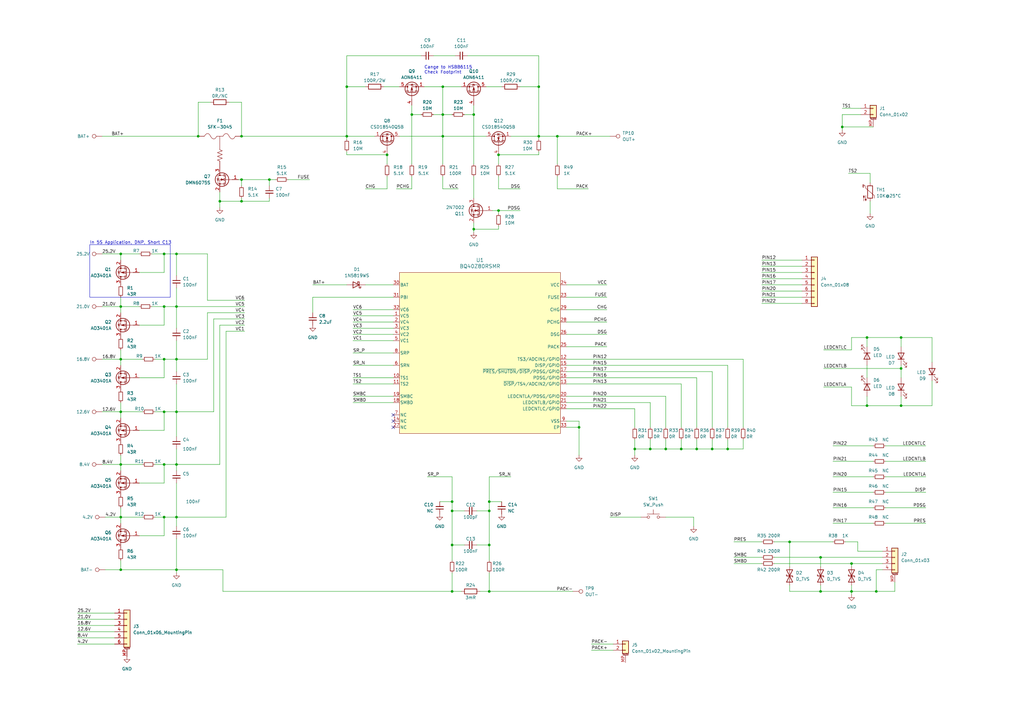
<source format=kicad_sch>
(kicad_sch (version 20230121) (generator eeschema)
  (paper "A3")
  (junction (at 273.05 184.15))
  (junction (at 142.24 35.56))
  (junction (at 279.4 184.15))
  (junction (at 49.53 125.73))
  (junction (at 72.39 168.91))
  (junction (at 181.61 35.56))
  (junction (at 285.75 184.15))
  (junction (at 194.31 93.98))
  (junction (at 292.1 184.15))
  (junction (at 67.31 190.5))
  (junction (at 220.98 35.56))
  (junction (at 49.53 104.14))
  (junction (at 49.53 147.32))
  (junction (at 260.35 184.15))
  (junction (at 49.53 233.68))
  (junction (at 67.31 104.14))
  (junction (at 72.39 233.68))
  (junction (at 67.31 168.91))
  (junction (at 266.7 184.15))
  (junction (at 185.42 242.57))
  (junction (at 204.47 86.36))
  (junction (at 67.31 212.09))
  (junction (at 49.53 190.5))
  (junction (at 369.57 151.13))
  (junction (at 72.39 147.32))
  (junction (at 355.6 138.43))
  (junction (at 336.55 228.6))
  (junction (at 228.6 55.88))
  (junction (at 181.61 46.99))
  (junction (at 90.17 82.55))
  (junction (at 110.49 73.66))
  (junction (at 298.45 184.15))
  (junction (at 185.42 209.55))
  (junction (at 49.53 168.91))
  (junction (at 158.75 63.5))
  (junction (at 185.42 205.74))
  (junction (at 72.39 212.09))
  (junction (at 99.06 73.66))
  (junction (at 67.31 147.32))
  (junction (at 355.6 166.37))
  (junction (at 349.25 231.14))
  (junction (at 200.66 209.55))
  (junction (at 72.39 104.14))
  (junction (at 99.06 55.88))
  (junction (at 349.25 242.57))
  (junction (at 99.06 82.55))
  (junction (at 81.28 55.88))
  (junction (at 181.61 55.88))
  (junction (at 49.53 212.09))
  (junction (at 67.31 125.73))
  (junction (at 369.57 138.43))
  (junction (at 345.44 52.07))
  (junction (at 323.85 222.25))
  (junction (at 72.39 125.73))
  (junction (at 237.49 175.26))
  (junction (at 200.66 223.52))
  (junction (at 185.42 223.52))
  (junction (at 204.47 63.5))
  (junction (at 336.55 242.57))
  (junction (at 200.66 205.74))
  (junction (at 194.31 46.99))
  (junction (at 142.24 55.88))
  (junction (at 359.41 242.57))
  (junction (at 200.66 242.57))
  (junction (at 369.57 166.37))
  (junction (at 72.39 190.5))
  (junction (at 220.98 55.88))
  (junction (at 168.91 46.99))
  (no_connect (at 161.29 170.18))
  (no_connect (at 161.29 172.72))
  (no_connect (at 161.29 175.26))
  (wire (pts (xy 285.75 175.26) (xy 285.75 154.94)))
  (wire (pts (xy 49.53 186.69) (xy 49.53 190.5)))
  (wire (pts (xy 72.39 147.32) (xy 85.09 147.32)))
  (wire (pts (xy 361.95 233.68) (xy 359.41 233.68)))
  (wire (pts (xy 85.09 147.32) (xy 85.09 128.27)))
  (wire (pts (xy 349.25 231.14) (xy 361.95 231.14)))
  (wire (pts (xy 67.31 212.09) (xy 72.39 212.09)))
  (wire (pts (xy 194.31 46.99) (xy 194.31 43.18)))
  (wire (pts (xy 49.53 212.09) (xy 58.42 212.09)))
  (wire (pts (xy 266.7 175.26) (xy 266.7 165.1)))
  (wire (pts (xy 168.91 46.99) (xy 168.91 67.31)))
  (wire (pts (xy 90.17 190.5) (xy 72.39 190.5)))
  (wire (pts (xy 87.63 130.81) (xy 100.33 130.81)))
  (wire (pts (xy 41.91 104.14) (xy 49.53 104.14)))
  (wire (pts (xy 312.42 124.46) (xy 328.93 124.46)))
  (wire (pts (xy 300.99 228.6) (xy 312.42 228.6)))
  (wire (pts (xy 298.45 175.26) (xy 298.45 149.86)))
  (wire (pts (xy 92.71 135.89) (xy 92.71 212.09)))
  (wire (pts (xy 363.22 182.88) (xy 379.73 182.88)))
  (wire (pts (xy 72.39 220.98) (xy 72.39 233.68)))
  (wire (pts (xy 232.41 165.1) (xy 266.7 165.1)))
  (wire (pts (xy 228.6 55.88) (xy 228.6 67.31)))
  (wire (pts (xy 349.25 166.37) (xy 349.25 158.75)))
  (wire (pts (xy 341.63 201.93) (xy 358.14 201.93)))
  (wire (pts (xy 298.45 184.15) (xy 298.45 180.34)))
  (wire (pts (xy 200.66 209.55) (xy 200.66 223.52)))
  (wire (pts (xy 99.06 82.55) (xy 110.49 82.55)))
  (wire (pts (xy 72.39 212.09) (xy 92.71 212.09)))
  (wire (pts (xy 144.78 162.56) (xy 161.29 162.56)))
  (wire (pts (xy 142.24 55.88) (xy 142.24 57.15)))
  (wire (pts (xy 194.31 93.98) (xy 204.47 93.98)))
  (wire (pts (xy 279.4 184.15) (xy 285.75 184.15)))
  (wire (pts (xy 232.41 132.08) (xy 248.92 132.08)))
  (wire (pts (xy 72.39 198.12) (xy 72.39 212.09)))
  (wire (pts (xy 228.6 55.88) (xy 220.98 55.88)))
  (wire (pts (xy 196.85 242.57) (xy 200.66 242.57)))
  (wire (pts (xy 72.39 104.14) (xy 85.09 104.14)))
  (wire (pts (xy 351.79 226.06) (xy 361.95 226.06)))
  (wire (pts (xy 49.53 147.32) (xy 58.42 147.32)))
  (wire (pts (xy 242.57 264.16) (xy 251.46 264.16)))
  (wire (pts (xy 355.6 166.37) (xy 349.25 166.37)))
  (wire (pts (xy 194.31 93.98) (xy 194.31 95.25)))
  (wire (pts (xy 204.47 67.31) (xy 204.47 63.5)))
  (wire (pts (xy 317.5 228.6) (xy 336.55 228.6)))
  (wire (pts (xy 142.24 63.5) (xy 158.75 63.5)))
  (wire (pts (xy 323.85 240.03) (xy 323.85 242.57)))
  (wire (pts (xy 220.98 55.88) (xy 209.55 55.88)))
  (wire (pts (xy 285.75 184.15) (xy 292.1 184.15)))
  (wire (pts (xy 220.98 62.23) (xy 220.98 63.5)))
  (wire (pts (xy 232.41 116.84) (xy 248.92 116.84)))
  (wire (pts (xy 144.78 144.78) (xy 161.29 144.78)))
  (wire (pts (xy 49.53 125.73) (xy 57.15 125.73)))
  (wire (pts (xy 312.42 109.22) (xy 328.93 109.22)))
  (wire (pts (xy 158.75 67.31) (xy 158.75 63.5)))
  (wire (pts (xy 341.63 189.23) (xy 358.14 189.23)))
  (wire (pts (xy 312.42 121.92) (xy 328.93 121.92)))
  (wire (pts (xy 345.44 52.07) (xy 358.14 52.07)))
  (wire (pts (xy 232.41 154.94) (xy 285.75 154.94)))
  (wire (pts (xy 49.53 208.28) (xy 49.53 212.09)))
  (wire (pts (xy 298.45 184.15) (xy 304.8 184.15)))
  (wire (pts (xy 232.41 149.86) (xy 298.45 149.86)))
  (wire (pts (xy 185.42 242.57) (xy 185.42 234.95)))
  (wire (pts (xy 72.39 212.09) (xy 72.39 215.9)))
  (wire (pts (xy 128.27 121.92) (xy 128.27 128.27)))
  (wire (pts (xy 62.23 104.14) (xy 67.31 104.14)))
  (wire (pts (xy 237.49 175.26) (xy 237.49 186.69)))
  (wire (pts (xy 260.35 186.69) (xy 260.35 184.15)))
  (wire (pts (xy 177.8 46.99) (xy 181.61 46.99)))
  (wire (pts (xy 181.61 55.88) (xy 181.61 67.31)))
  (wire (pts (xy 99.06 76.2) (xy 99.06 73.66)))
  (wire (pts (xy 232.41 175.26) (xy 237.49 175.26)))
  (wire (pts (xy 367.03 242.57) (xy 359.41 242.57)))
  (wire (pts (xy 90.17 133.35) (xy 100.33 133.35)))
  (wire (pts (xy 49.53 229.87) (xy 49.53 233.68)))
  (wire (pts (xy 260.35 184.15) (xy 266.7 184.15)))
  (wire (pts (xy 49.53 233.68) (xy 72.39 233.68)))
  (wire (pts (xy 363.22 195.58) (xy 379.73 195.58)))
  (wire (pts (xy 355.6 162.56) (xy 355.6 166.37)))
  (wire (pts (xy 284.48 212.09) (xy 284.48 215.9)))
  (wire (pts (xy 72.39 184.15) (xy 72.39 190.5)))
  (wire (pts (xy 190.5 46.99) (xy 194.31 46.99)))
  (wire (pts (xy 232.41 172.72) (xy 237.49 172.72)))
  (wire (pts (xy 232.41 167.64) (xy 260.35 167.64)))
  (wire (pts (xy 180.34 205.74) (xy 185.42 205.74)))
  (wire (pts (xy 228.6 77.47) (xy 241.3 77.47)))
  (wire (pts (xy 72.39 234.95) (xy 72.39 233.68)))
  (wire (pts (xy 49.53 121.92) (xy 49.53 125.73)))
  (wire (pts (xy 204.47 72.39) (xy 204.47 77.47)))
  (wire (pts (xy 355.6 138.43) (xy 349.25 138.43)))
  (wire (pts (xy 63.5 168.91) (xy 67.31 168.91)))
  (wire (pts (xy 41.91 190.5) (xy 49.53 190.5)))
  (wire (pts (xy 349.25 242.57) (xy 359.41 242.57)))
  (wire (pts (xy 323.85 242.57) (xy 336.55 242.57)))
  (wire (pts (xy 349.25 143.51) (xy 337.82 143.51)))
  (wire (pts (xy 345.44 53.34) (xy 345.44 52.07)))
  (wire (pts (xy 99.06 73.66) (xy 110.49 73.66)))
  (wire (pts (xy 142.24 62.23) (xy 142.24 63.5)))
  (wire (pts (xy 199.39 35.56) (xy 205.74 35.56)))
  (wire (pts (xy 312.42 106.68) (xy 328.93 106.68)))
  (wire (pts (xy 99.06 55.88) (xy 142.24 55.88)))
  (wire (pts (xy 336.55 242.57) (xy 349.25 242.57)))
  (wire (pts (xy 349.25 243.84) (xy 349.25 242.57)))
  (wire (pts (xy 97.79 73.66) (xy 99.06 73.66)))
  (wire (pts (xy 181.61 72.39) (xy 181.61 77.47)))
  (wire (pts (xy 144.78 157.48) (xy 161.29 157.48)))
  (wire (pts (xy 185.42 223.52) (xy 190.5 223.52)))
  (wire (pts (xy 185.42 195.58) (xy 175.26 195.58)))
  (wire (pts (xy 110.49 81.28) (xy 110.49 82.55)))
  (wire (pts (xy 355.6 142.24) (xy 355.6 138.43)))
  (wire (pts (xy 369.57 149.86) (xy 369.57 151.13)))
  (wire (pts (xy 194.31 91.44) (xy 194.31 93.98)))
  (wire (pts (xy 43.18 212.09) (xy 49.53 212.09)))
  (wire (pts (xy 232.41 152.4) (xy 292.1 152.4)))
  (wire (pts (xy 57.15 176.53) (xy 67.31 176.53)))
  (wire (pts (xy 72.39 168.91) (xy 87.63 168.91)))
  (wire (pts (xy 260.35 175.26) (xy 260.35 167.64)))
  (wire (pts (xy 273.05 184.15) (xy 273.05 180.34)))
  (wire (pts (xy 157.48 35.56) (xy 163.83 35.56)))
  (wire (pts (xy 31.75 261.62) (xy 46.99 261.62)))
  (wire (pts (xy 91.44 242.57) (xy 185.42 242.57)))
  (wire (pts (xy 128.27 116.84) (xy 142.24 116.84)))
  (wire (pts (xy 41.91 168.91) (xy 49.53 168.91)))
  (wire (pts (xy 367.03 238.76) (xy 367.03 242.57)))
  (wire (pts (xy 49.53 104.14) (xy 49.53 106.68)))
  (wire (pts (xy 144.78 154.94) (xy 161.29 154.94)))
  (wire (pts (xy 345.44 52.07) (xy 345.44 46.99)))
  (wire (pts (xy 279.4 184.15) (xy 279.4 180.34)))
  (wire (pts (xy 168.91 72.39) (xy 168.91 77.47)))
  (wire (pts (xy 87.63 168.91) (xy 87.63 130.81)))
  (wire (pts (xy 232.41 147.32) (xy 304.8 147.32)))
  (wire (pts (xy 195.58 209.55) (xy 200.66 209.55)))
  (wire (pts (xy 345.44 44.45) (xy 353.06 44.45)))
  (wire (pts (xy 85.09 123.19) (xy 100.33 123.19)))
  (wire (pts (xy 209.55 195.58) (xy 200.66 195.58)))
  (wire (pts (xy 67.31 125.73) (xy 72.39 125.73)))
  (wire (pts (xy 220.98 55.88) (xy 220.98 57.15)))
  (wire (pts (xy 232.41 142.24) (xy 248.92 142.24)))
  (wire (pts (xy 273.05 175.26) (xy 273.05 162.56)))
  (wire (pts (xy 43.18 233.68) (xy 49.53 233.68)))
  (wire (pts (xy 163.83 55.88) (xy 181.61 55.88)))
  (wire (pts (xy 345.44 46.99) (xy 353.06 46.99)))
  (wire (pts (xy 144.78 165.1) (xy 161.29 165.1)))
  (wire (pts (xy 90.17 133.35) (xy 90.17 190.5)))
  (wire (pts (xy 168.91 43.18) (xy 168.91 46.99)))
  (wire (pts (xy 185.42 209.55) (xy 185.42 223.52)))
  (wire (pts (xy 336.55 240.03) (xy 336.55 242.57)))
  (wire (pts (xy 337.82 151.13) (xy 369.57 151.13)))
  (wire (pts (xy 144.78 149.86) (xy 161.29 149.86)))
  (wire (pts (xy 49.53 104.14) (xy 57.15 104.14)))
  (wire (pts (xy 204.47 86.36) (xy 213.36 86.36)))
  (wire (pts (xy 92.71 135.89) (xy 100.33 135.89)))
  (wire (pts (xy 285.75 184.15) (xy 285.75 180.34)))
  (wire (pts (xy 213.36 35.56) (xy 220.98 35.56)))
  (wire (pts (xy 336.55 228.6) (xy 361.95 228.6)))
  (wire (pts (xy 351.79 222.25) (xy 351.79 226.06)))
  (wire (pts (xy 300.99 222.25) (xy 312.42 222.25)))
  (wire (pts (xy 181.61 35.56) (xy 181.61 46.99)))
  (wire (pts (xy 181.61 55.88) (xy 199.39 55.88)))
  (wire (pts (xy 204.47 87.63) (xy 204.47 86.36)))
  (wire (pts (xy 142.24 55.88) (xy 153.67 55.88)))
  (wire (pts (xy 205.74 205.74) (xy 200.66 205.74)))
  (wire (pts (xy 86.36 41.91) (xy 81.28 41.91)))
  (wire (pts (xy 242.57 266.7) (xy 251.46 266.7)))
  (wire (pts (xy 85.09 104.14) (xy 85.09 123.19)))
  (wire (pts (xy 185.42 205.74) (xy 185.42 209.55)))
  (wire (pts (xy 292.1 184.15) (xy 298.45 184.15)))
  (wire (pts (xy 266.7 184.15) (xy 266.7 180.34)))
  (wire (pts (xy 341.63 208.28) (xy 358.14 208.28)))
  (wire (pts (xy 144.78 132.08) (xy 161.29 132.08)))
  (wire (pts (xy 144.78 129.54) (xy 161.29 129.54)))
  (wire (pts (xy 304.8 184.15) (xy 304.8 180.34)))
  (wire (pts (xy 200.66 195.58) (xy 200.66 205.74)))
  (wire (pts (xy 90.17 82.55) (xy 90.17 85.09)))
  (wire (pts (xy 144.78 127) (xy 161.29 127)))
  (wire (pts (xy 72.39 104.14) (xy 72.39 113.03)))
  (wire (pts (xy 49.53 147.32) (xy 49.53 149.86)))
  (wire (pts (xy 204.47 93.98) (xy 204.47 92.71)))
  (wire (pts (xy 279.4 175.26) (xy 279.4 157.48)))
  (wire (pts (xy 49.53 168.91) (xy 49.53 171.45)))
  (wire (pts (xy 49.53 190.5) (xy 49.53 193.04)))
  (wire (pts (xy 72.39 179.07) (xy 72.39 168.91)))
  (wire (pts (xy 369.57 166.37) (xy 382.27 166.37)))
  (wire (pts (xy 369.57 138.43) (xy 369.57 142.24)))
  (wire (pts (xy 49.53 125.73) (xy 49.53 128.27)))
  (wire (pts (xy 31.75 264.16) (xy 46.99 264.16)))
  (wire (pts (xy 185.42 195.58) (xy 185.42 205.74)))
  (wire (pts (xy 172.72 22.86) (xy 142.24 22.86)))
  (wire (pts (xy 67.31 111.76) (xy 67.31 104.14)))
  (wire (pts (xy 232.41 157.48) (xy 279.4 157.48)))
  (wire (pts (xy 355.6 154.94) (xy 355.6 149.86)))
  (wire (pts (xy 369.57 138.43) (xy 382.27 138.43)))
  (wire (pts (xy 57.15 133.35) (xy 67.31 133.35)))
  (wire (pts (xy 72.39 125.73) (xy 72.39 134.62)))
  (wire (pts (xy 72.39 139.7) (xy 72.39 147.32)))
  (wire (pts (xy 317.5 222.25) (xy 323.85 222.25)))
  (wire (pts (xy 81.28 41.91) (xy 81.28 55.88)))
  (wire (pts (xy 31.75 259.08) (xy 46.99 259.08)))
  (wire (pts (xy 317.5 231.14) (xy 349.25 231.14)))
  (wire (pts (xy 189.23 242.57) (xy 185.42 242.57)))
  (wire (pts (xy 382.27 138.43) (xy 382.27 148.59)))
  (wire (pts (xy 91.44 242.57) (xy 91.44 233.68)))
  (wire (pts (xy 49.53 165.1) (xy 49.53 168.91)))
  (wire (pts (xy 57.15 154.94) (xy 67.31 154.94)))
  (wire (pts (xy 200.66 205.74) (xy 200.66 209.55)))
  (wire (pts (xy 349.25 231.14) (xy 349.25 232.41)))
  (wire (pts (xy 142.24 22.86) (xy 142.24 35.56)))
  (wire (pts (xy 228.6 55.88) (xy 250.19 55.88)))
  (wire (pts (xy 67.31 154.94) (xy 67.31 147.32)))
  (wire (pts (xy 363.22 208.28) (xy 379.73 208.28)))
  (wire (pts (xy 220.98 63.5) (xy 204.47 63.5)))
  (wire (pts (xy 349.25 138.43) (xy 349.25 143.51)))
  (wire (pts (xy 312.42 114.3) (xy 328.93 114.3)))
  (wire (pts (xy 292.1 175.26) (xy 292.1 152.4)))
  (wire (pts (xy 67.31 198.12) (xy 67.31 190.5)))
  (wire (pts (xy 181.61 35.56) (xy 189.23 35.56)))
  (wire (pts (xy 67.31 147.32) (xy 72.39 147.32)))
  (wire (pts (xy 191.77 22.86) (xy 220.98 22.86)))
  (wire (pts (xy 312.42 116.84) (xy 328.93 116.84)))
  (wire (pts (xy 72.39 125.73) (xy 100.33 125.73)))
  (wire (pts (xy 382.27 156.21) (xy 382.27 166.37)))
  (wire (pts (xy 161.29 121.92) (xy 128.27 121.92)))
  (wire (pts (xy 300.99 231.14) (xy 312.42 231.14)))
  (wire (pts (xy 363.22 214.63) (xy 379.73 214.63)))
  (wire (pts (xy 62.23 125.73) (xy 67.31 125.73)))
  (wire (pts (xy 149.86 35.56) (xy 142.24 35.56)))
  (wire (pts (xy 349.25 158.75) (xy 337.82 158.75)))
  (wire (pts (xy 312.42 119.38) (xy 328.93 119.38)))
  (wire (pts (xy 347.98 71.12) (xy 356.87 71.12)))
  (wire (pts (xy 355.6 138.43) (xy 369.57 138.43)))
  (wire (pts (xy 195.58 223.52) (xy 200.66 223.52)))
  (wire (pts (xy 181.61 77.47) (xy 187.96 77.47)))
  (wire (pts (xy 200.66 242.57) (xy 234.95 242.57)))
  (wire (pts (xy 355.6 166.37) (xy 369.57 166.37)))
  (wire (pts (xy 336.55 228.6) (xy 336.55 232.41)))
  (wire (pts (xy 49.53 212.09) (xy 49.53 214.63)))
  (wire (pts (xy 49.53 168.91) (xy 58.42 168.91)))
  (wire (pts (xy 57.15 111.76) (xy 67.31 111.76)))
  (wire (pts (xy 67.31 219.71) (xy 67.31 212.09)))
  (wire (pts (xy 90.17 82.55) (xy 99.06 82.55)))
  (wire (pts (xy 266.7 184.15) (xy 273.05 184.15)))
  (wire (pts (xy 359.41 233.68) (xy 359.41 242.57)))
  (wire (pts (xy 177.8 22.86) (xy 186.69 22.86)))
  (wire (pts (xy 369.57 162.56) (xy 369.57 166.37)))
  (wire (pts (xy 292.1 184.15) (xy 292.1 180.34)))
  (wire (pts (xy 232.41 121.92) (xy 248.92 121.92)))
  (wire (pts (xy 250.19 212.09) (xy 262.89 212.09)))
  (wire (pts (xy 168.91 46.99) (xy 172.72 46.99)))
  (wire (pts (xy 63.5 147.32) (xy 67.31 147.32)))
  (wire (pts (xy 99.06 82.55) (xy 99.06 81.28)))
  (wire (pts (xy 67.31 176.53) (xy 67.31 168.91)))
  (wire (pts (xy 200.66 229.87) (xy 200.66 223.52)))
  (wire (pts (xy 85.09 128.27) (xy 100.33 128.27)))
  (wire (pts (xy 72.39 193.04) (xy 72.39 190.5)))
  (wire (pts (xy 110.49 73.66) (xy 110.49 76.2)))
  (wire (pts (xy 72.39 152.4) (xy 72.39 147.32)))
  (wire (pts (xy 185.42 229.87) (xy 185.42 223.52)))
  (wire (pts (xy 90.17 78.74) (xy 90.17 82.55)))
  (wire (pts (xy 204.47 77.47) (xy 213.36 77.47)))
  (wire (pts (xy 181.61 46.99) (xy 181.61 55.88)))
  (wire (pts (xy 273.05 184.15) (xy 279.4 184.15)))
  (wire (pts (xy 349.25 240.03) (xy 349.25 242.57)))
  (wire (pts (xy 237.49 172.72) (xy 237.49 175.26)))
  (wire (pts (xy 194.31 46.99) (xy 194.31 67.31)))
  (wire (pts (xy 63.5 190.5) (xy 67.31 190.5)))
  (wire (pts (xy 93.98 41.91) (xy 99.06 41.91)))
  (wire (pts (xy 232.41 137.16) (xy 248.92 137.16)))
  (wire (pts (xy 31.75 254) (xy 46.99 254)))
  (wire (pts (xy 260.35 184.15) (xy 260.35 180.34)))
  (wire (pts (xy 220.98 22.86) (xy 220.98 35.56)))
  (wire (pts (xy 323.85 222.25) (xy 341.63 222.25)))
  (wire (pts (xy 63.5 212.09) (xy 67.31 212.09)))
  (wire (pts (xy 273.05 212.09) (xy 284.48 212.09)))
  (wire (pts (xy 346.71 222.25) (xy 351.79 222.25)))
  (wire (pts (xy 369.57 151.13) (xy 369.57 154.94)))
  (wire (pts (xy 200.66 234.95) (xy 200.66 242.57)))
  (wire (pts (xy 72.39 157.48) (xy 72.39 168.91)))
  (wire (pts (xy 158.75 77.47) (xy 149.86 77.47)))
  (wire (pts (xy 67.31 190.5) (xy 72.39 190.5)))
  (wire (pts (xy 110.49 73.66) (xy 113.03 73.66)))
  (wire (pts (xy 91.44 233.68) (xy 72.39 233.68)))
  (wire (pts (xy 185.42 209.55) (xy 190.5 209.55)))
  (wire (pts (xy 144.78 139.7) (xy 161.29 139.7)))
  (wire (pts (xy 363.22 189.23) (xy 379.73 189.23)))
  (wire (pts (xy 149.86 116.84) (xy 161.29 116.84)))
  (wire (pts (xy 118.11 73.66) (xy 127 73.66)))
  (wire (pts (xy 67.31 168.91) (xy 72.39 168.91)))
  (wire (pts (xy 41.91 147.32) (xy 49.53 147.32)))
  (wire (pts (xy 356.87 87.63) (xy 356.87 82.55)))
  (wire (pts (xy 323.85 222.25) (xy 323.85 232.41)))
  (wire (pts (xy 228.6 72.39) (xy 228.6 77.47)))
  (wire (pts (xy 220.98 35.56) (xy 220.98 55.88)))
  (wire (pts (xy 49.53 143.51) (xy 49.53 147.32)))
  (wire (pts (xy 304.8 175.26) (xy 304.8 147.32)))
  (wire (pts (xy 312.42 111.76) (xy 328.93 111.76)))
  (wire (pts (xy 341.63 214.63) (xy 358.14 214.63)))
  (wire (pts (xy 168.91 77.47) (xy 162.56 77.47)))
  (wire (pts (xy 144.78 137.16) (xy 161.29 137.16)))
  (wire (pts (xy 173.99 35.56) (xy 181.61 35.56)))
  (wire (pts (xy 158.75 72.39) (xy 158.75 77.47)))
  (wire (pts (xy 31.75 251.46) (xy 46.99 251.46)))
  (wire (pts (xy 142.24 35.56) (xy 142.24 55.88)))
  (wire (pts (xy 72.39 118.11) (xy 72.39 125.73)))
  (wire (pts (xy 67.31 133.35) (xy 67.31 125.73)))
  (wire (pts (xy 41.91 55.88) (xy 81.28 55.88)))
  (wire (pts (xy 341.63 195.58) (xy 358.14 195.58)))
  (wire (pts (xy 181.61 46.99) (xy 185.42 46.99)))
  (wire (pts (xy 356.87 71.12) (xy 356.87 74.93)))
  (wire (pts (xy 363.22 201.93) (xy 379.73 201.93)))
  (wire (pts (xy 99.06 41.91) (xy 99.06 55.88)))
  (wire (pts (xy 232.41 162.56) (xy 273.05 162.56)))
  (wire (pts (xy 49.53 190.5) (xy 58.42 190.5)))
  (wire (pts (xy 201.93 86.36) (xy 204.47 86.36)))
  (wire (pts (xy 31.75 256.54) (xy 46.99 256.54)))
  (wire (pts (xy 57.15 198.12) (xy 67.31 198.12)))
  (wire (pts (xy 144.78 134.62) (xy 161.29 134.62)))
  (wire (pts (xy 67.31 104.14) (xy 72.39 104.14)))
  (wire (pts (xy 232.41 127) (xy 248.92 127)))
  (wire (pts (xy 194.31 72.39) (xy 194.31 81.28)))
  (wire (pts (xy 57.15 219.71) (xy 67.31 219.71)))
  (wire (pts (xy 341.63 182.88) (xy 358.14 182.88)))
  (wire (pts (xy 41.91 125.73) (xy 49.53 125.73)))
  (rectangle (start 36.83 100.33) (end 69.85 121.92))
  (text "Cange to HSBB6115\nCheck Footprint" (at 173.99 30.48 0) (effects (font (size 1.27 1.27)) (justify left bottom)))
  (text "In 5S Application, DNP, Short C13" (at 36.83 100.33 0) (effects (font (size 1.27 1.27)) (justify left bottom)))
  (label "PIN13" (at 312.42 109.22 0))
  (label "PIN16" (at 341.63 208.28 0))
  (label "LEDCNTLC" (at 337.82 143.51 0))
  (label "VCC" (at 187.96 77.47 180))
  (label "LEDCNTLB" (at 379.73 189.23 180))
  (label "PIN21" (at 312.42 121.92 0))
  (label "SR_P" (at 175.26 195.58 0))
  (label "16.8V" (at 41.91 147.32 0))
  (label "PIN17" (at 312.42 116.84 0))
  (label "PRES" (at 300.99 222.25 0))
  (label "PIN15" (at 248.92 149.86 180))
  (label "VC6" (at 144.78 127 0))
  (label "SMBD" (at 300.99 231.14 0))
  (label "12.6V" (at 41.91 168.91 0))
  (label "DISP" (at 250.19 212.09 0))
  (label "PDSG" (at 379.73 208.28 180))
  (label "PCHG" (at 248.92 132.08 180))
  (label "PACK" (at 241.3 77.47 180))
  (label "8.4V" (at 31.75 261.62 0))
  (label "PDSG" (at 213.36 86.36 180))
  (label "25.2V" (at 31.75 251.46 0))
  (label "PACK-" (at 234.95 242.57 180))
  (label "PIN22" (at 341.63 182.88 0))
  (label "VC6" (at 100.33 123.19 180))
  (label "PIN12" (at 248.92 147.32 180))
  (label "21.0V" (at 41.91 125.73 0))
  (label "PIN12" (at 312.42 106.68 0))
  (label "BAT+" (at 128.27 116.84 0))
  (label "PACK+" (at 236.22 55.88 0))
  (label "PIN21" (at 248.92 165.1 180))
  (label "PIN15" (at 312.42 111.76 0))
  (label "DSG" (at 248.92 137.16 180))
  (label "PIN22" (at 312.42 124.46 0))
  (label "VC4" (at 100.33 128.27 180))
  (label "PRES" (at 379.73 214.63 180))
  (label "VC5" (at 100.33 125.73 180))
  (label "VC3" (at 144.78 134.62 0))
  (label "SR_P" (at 144.78 144.78 0))
  (label "VCC" (at 248.92 116.84 180))
  (label "PIN20" (at 248.92 162.56 180))
  (label "CHG" (at 149.86 77.47 0))
  (label "PIN22" (at 248.92 167.64 180))
  (label "SMBC" (at 300.99 228.6 0))
  (label "VC3" (at 100.33 130.81 180))
  (label "LEDCNTLA" (at 337.82 158.75 0))
  (label "BAT+" (at 45.72 55.88 0))
  (label "PACK-" (at 242.57 264.16 0))
  (label "SR_N" (at 144.78 149.86 0))
  (label "PIN17" (at 341.63 214.63 0))
  (label "PCHG" (at 162.56 77.47 0))
  (label "DSG" (at 213.36 77.47 180))
  (label "FUSE" (at 248.92 121.92 180))
  (label "VC4" (at 144.78 132.08 0))
  (label "4.2V" (at 43.18 212.09 0))
  (label "VC1" (at 100.33 135.89 180))
  (label "PACK" (at 248.92 142.24 180))
  (label "DISP" (at 379.73 201.93 180))
  (label "PIN16" (at 312.42 114.3 0))
  (label "SR_N" (at 209.55 195.58 180))
  (label "TS2" (at 144.78 157.48 0))
  (label "LEDCNTLB" (at 337.82 151.13 0))
  (label "PIN15" (at 341.63 201.93 0))
  (label "PIN17" (at 248.92 152.4 180))
  (label "FUSE" (at 127 73.66 180))
  (label "12.6V" (at 31.75 259.08 0))
  (label "LEDCNTLC" (at 379.73 182.88 180))
  (label "4.2V" (at 31.75 264.16 0))
  (label "PIN20" (at 341.63 195.58 0))
  (label "VC5" (at 144.78 129.54 0))
  (label "21.0V" (at 31.75 254 0))
  (label "25.2V" (at 41.91 104.14 0))
  (label "TS2" (at 347.98 71.12 0))
  (label "VC1" (at 144.78 139.7 0))
  (label "VC2" (at 100.33 133.35 180))
  (label "VC2" (at 144.78 137.16 0))
  (label "PIN16" (at 248.92 154.94 180))
  (label "SMBD" (at 144.78 165.1 0))
  (label "TS1" (at 345.44 44.45 0))
  (label "SMBC" (at 144.78 162.56 0))
  (label "PIN20" (at 312.42 119.38 0))
  (label "16.8V" (at 31.75 256.54 0))
  (label "PIN21" (at 341.63 189.23 0))
  (label "PIN13" (at 248.92 157.48 180))
  (label "PACK+" (at 242.57 266.7 0))
  (label "LEDCNTLA" (at 379.73 195.58 180))
  (label "8.4V" (at 41.91 190.5 0))
  (label "CHG" (at 248.92 127 180))
  (label "TS1" (at 144.78 154.94 0))
  (symbol (lib_id "Connector:TestPoint") (at 41.91 104.14 90) (unit 1) (in_bom no) (on_board no)
    (property "Reference" "TP2" (effects hide))
    (property "Value" "25.2V" (at 36.83 104.14 90) (effects (justify left)))
    (property "Footprint" "BQ40Z80_Footprints:TestPoint_Pad_1.0x2.0mm" (effects hide))
  )
  (symbol (lib_id "Device:LED") (at 355.6 146.05 270) (unit 1)
    (property "Reference" "D5" (at 358.14 143.1925 90) (effects (justify left)))
    (property "Value" "LED" (at 358.14 145.7325 90) (effects (justify left)))
    (property "Footprint" "LED_SMD:LED_0603_1608Metric" (effects hide))
  )
  (symbol (lib_id "Device:R_Small") (at 59.69 125.73 90) (unit 1)
    (property "Reference" "R8" (at 55.88 124.46 90))
    (property "Value" "1K" (at 63.5 124.46 90))
    (property "Footprint" "Resistor_SMD:R_0603_1608Metric" (effects hide))
  )
  (symbol (lib_id "Device:R_Small") (at 285.75 177.8 0) (unit 1)
    (property "Reference" "R36" (at 287.02 176.53 0) (effects (justify left)))
    (property "Value" "0R" (at 287.02 179.07 0) (effects (justify left)))
    (property "Footprint" "Resistor_SMD:R_0603_1608Metric" (effects hide))
  )
  (symbol (lib_id "power:GND") (at 205.74 210.82 0) (unit 1)
    (property "Reference" "#PWR06" (effects hide))
    (property "Value" "GND" (at 205.74 215.9 0))
  )
  (symbol (lib_id "Transistor_FET:DMN6075S") (at 92.71 73.66 0) (mirror y) (unit 1)
    (property "Reference" "Q7" (at 86.36 72.39 0) (effects (justify left)))
    (property "Value" "DMN6075S" (at 86.36 74.93 0) (effects (justify left)))
    (property "Footprint" "Package_TO_SOT_SMD:SOT-23" (effects hide))
    (property "Datasheet" "http://www.diodes.com/assets/Datasheets/DMN6075S.pdf" (effects hide))
  )
  (symbol (lib_id "power:GND") (at 260.35 186.69 0) (unit 1)
    (property "Reference" "#PWR08" (effects hide))
    (property "Value" "GND" (at 260.35 191.77 0))
  )
  (symbol (lib_id "Device:R_Small") (at 60.96 212.09 90) (unit 1)
    (property "Reference" "R12" (at 57.15 210.82 90))
    (property "Value" "1K" (at 64.77 210.82 90))
    (property "Footprint" "Resistor_SMD:R_0603_1608Metric" (effects hide))
  )
  (symbol (lib_id "Device:R_Small") (at 49.53 184.15 0) (unit 1)
    (property "Reference" "R4" (at 52.07 182.88 0) (effects (justify left)))
    (property "Value" "43R" (at 52.07 185.42 0) (effects (justify left)))
    (property "Footprint" "Resistor_SMD:R_0805_2012Metric" (effects hide))
  )
  (symbol (lib_id "Device:R_Small") (at 292.1 177.8 0) (unit 1)
    (property "Reference" "R37" (at 293.37 176.53 0) (effects (justify left)))
    (property "Value" "0R" (at 293.37 179.07 0) (effects (justify left)))
    (property "Footprint" "Resistor_SMD:R_0603_1608Metric" (effects hide))
  )
  (symbol (lib_id "Device:R_Small") (at 60.96 190.5 90) (unit 1)
    (property "Reference" "R11" (at 57.15 189.23 90))
    (property "Value" "1K" (at 64.77 189.23 90))
    (property "Footprint" "Resistor_SMD:R_0603_1608Metric" (effects hide))
  )
  (symbol (lib_id "Device:R_Small") (at 360.68 201.93 90) (unit 1)
    (property "Reference" "R46" (at 358.14 199.39 90))
    (property "Value" "NC" (at 363.22 199.39 90))
    (property "Footprint" "Resistor_SMD:R_0603_1608Metric" (effects hide))
  )
  (symbol (lib_id "Connector:TestPoint") (at 41.91 190.5 90) (unit 1) (in_bom no) (on_board no)
    (property "Reference" "TP6" (effects hide))
    (property "Value" "8.4V" (at 36.83 190.5 90) (effects (justify left)))
    (property "Footprint" "BQ40Z80_Footprints:TestPoint_Pad_1.0x2.0mm" (effects hide))
  )
  (symbol (lib_id "power:GND") (at 90.17 85.09 0) (unit 1)
    (property "Reference" "#PWR02" (effects hide))
    (property "Value" "GND" (at 90.17 90.17 0))
  )
  (symbol (lib_id "Connector:TestPoint") (at 43.18 233.68 90) (unit 1) (in_bom no)
    (property "Reference" "TP8" (effects hide))
    (property "Value" "BAT-" (at 35.56 233.68 90))
    (property "Footprint" "BQ40Z80_Footprints:SolderWirePad_1x01_SMD_14x6mm" (effects hide))
  )
  (symbol (lib_id "Device:C_Small") (at 72.39 115.57 0) (unit 1)
    (property "Reference" "C1" (at 74.93 114.3063 0) (effects (justify left)))
    (property "Value" "100nF" (at 74.93 116.8463 0) (effects (justify left)))
    (property "Footprint" "Capacitor_SMD:C_0603_1608Metric" (effects hide))
  )
  (symbol (lib_id "Device:R_Small") (at 204.47 90.17 180) (unit 1)
    (property "Reference" "R28" (at 207.01 88.9 0) (effects (justify right)))
    (property "Value" "10M" (at 207.01 91.44 0) (effects (justify right)))
    (property "Footprint" "Resistor_SMD:R_0603_1608Metric" (effects hide))
  )
  (symbol (lib_id "Transistor_FET:AO3401A") (at 52.07 111.76 180) (unit 1)
    (property "Reference" "Q1" (at 45.72 110.49 0) (effects (justify left)))
    (property "Value" "AO3401A" (at 45.72 113.03 0) (effects (justify left)))
    (property "Footprint" "Package_TO_SOT_SMD:SOT-23" (effects hide))
    (property "Datasheet" "http://www.aosmd.com/pdfs/datasheet/AO3401A.pdf" (effects hide))
  )
  (symbol (lib_id "Device:R_Small") (at 185.42 232.41 0) (unit 1)
    (property "Reference" "R22" (at 186.69 231.14 0) (effects (justify left)))
    (property "Value" "100R" (at 186.69 233.68 0) (effects (justify left)))
    (property "Footprint" "Resistor_SMD:R_0603_1608Metric" (effects hide))
  )
  (symbol (lib_id "Device:R_Small") (at 49.53 227.33 0) (unit 1)
    (property "Reference" "R6" (at 52.07 226.06 0) (effects (justify left)))
    (property "Value" "43R" (at 52.07 228.6 0) (effects (justify left)))
    (property "Footprint" "Resistor_SMD:R_0805_2012Metric" (effects hide))
  )
  (symbol (lib_id "Connector_Generic:Conn_01x08") (at 334.01 114.3 0) (unit 1)
    (property "Reference" "J4" (at 336.55 114.3 0) (effects (justify left)))
    (property "Value" "Conn_01x08" (at 336.55 116.84 0) (effects (justify left)))
    (property "Footprint" "Connector_PinHeader_2.54mm:PinHeader_1x08_P2.54mm_Vertical" (effects hide))
  )
  (symbol (lib_id "power:GND") (at 52.07 269.24 0) (unit 1)
    (property "Reference" "#PWR014" (effects hide))
    (property "Value" "GND" (at 52.07 274.32 0))
  )
  (symbol (lib_id "Device:R_Small") (at 175.26 46.99 90) (unit 1)
    (property "Reference" "R20" (at 175.26 41.91 90))
    (property "Value" "10M" (at 175.26 44.45 90))
    (property "Footprint" "Resistor_SMD:R_0603_1608Metric" (effects hide))
  )
  (symbol (lib_id "Device:LED") (at 369.57 158.75 90) (unit 1)
    (property "Reference" "D8" (at 367.03 161.6075 90) (effects (justify left)))
    (property "Value" "LED" (at 367.03 159.0675 90) (effects (justify left)))
    (property "Footprint" "LED_SMD:LED_0603_1608Metric" (effects hide))
  )
  (symbol (lib_id "Device:LED") (at 382.27 152.4 90) (unit 1)
    (property "Reference" "D9" (at 379.73 155.2575 90) (effects (justify left)))
    (property "Value" "LED" (at 379.73 152.7175 90) (effects (justify left)))
    (property "Footprint" "LED_SMD:LED_0603_1608Metric" (effects hide))
  )
  (symbol (lib_id "Connector:TestPoint") (at 250.19 55.88 270) (mirror x) (unit 1) (in_bom no) (on_board no)
    (property "Reference" "TP10" (at 255.27 54.61 90) (effects (justify left)))
    (property "Value" "OUT+" (at 255.27 57.15 90) (effects (justify left)))
    (property "Footprint" "BQ40Z80_Footprints:SolderWire-1.5sqmm_1x01" (effects hide))
  )
  (symbol (lib_id "Transistor_FET:AO3401A") (at 52.07 219.71 180) (unit 1)
    (property "Reference" "Q6" (at 45.72 218.44 0) (effects (justify left)))
    (property "Value" "AO3401A" (at 45.72 220.98 0) (effects (justify left)))
    (property "Footprint" "Package_TO_SOT_SMD:SOT-23" (effects hide))
    (property "Datasheet" "http://www.aosmd.com/pdfs/datasheet/AO3401A.pdf" (effects hide))
  )
  (symbol (lib_id "power:GND") (at 237.49 186.69 0) (unit 1)
    (property "Reference" "#PWR07" (effects hide))
    (property "Value" "GND" (at 237.49 191.77 0))
  )
  (symbol (lib_id "Device:C_Small") (at 175.26 22.86 90) (unit 1)
    (property "Reference" "C9" (at 175.2663 16.51 90))
    (property "Value" "100nF" (at 175.2663 19.05 90))
    (property "Footprint" "Capacitor_SMD:C_0805_2012Metric" (effects hide))
  )
  (symbol (lib_id "Device:R_Small") (at 298.45 177.8 0) (unit 1)
    (property "Reference" "R39" (at 299.72 176.53 0) (effects (justify left)))
    (property "Value" "0R" (at 299.72 179.07 0) (effects (justify left)))
    (property "Footprint" "Resistor_SMD:R_0603_1608Metric" (effects hide))
  )
  (symbol (lib_id "Device:C_Small") (at 205.74 208.28 180) (unit 1)
    (property "Reference" "C14" (at 208.28 207.0036 0) (effects (justify right)))
    (property "Value" "NC" (at 208.28 209.5436 0) (effects (justify right)))
    (property "Footprint" "Capacitor_SMD:C_0603_1608Metric" (effects hide))
  )
  (symbol (lib_id "BQ40Z80_Library:Fuse_3_Terminal") (at 90.17 55.88 90) (unit 1)
    (property "Reference" "F1" (at 90.17 49.53 90))
    (property "Value" "SFK-3045" (at 90.17 52.07 90))
    (property "Footprint" "BQ40Z80_Footprints:FUSE-SMD_3P-L9.5-W5.0" (effects hide))
  )
  (symbol (lib_id "Device:R_Small") (at 260.35 177.8 0) (unit 1)
    (property "Reference" "R31" (at 261.62 176.53 0) (effects (justify left)))
    (property "Value" "0R" (at 261.62 179.07 0) (effects (justify left)))
    (property "Footprint" "Resistor_SMD:R_0603_1608Metric" (effects hide))
  )
  (symbol (lib_id "Device:R_Small") (at 204.47 69.85 0) (unit 1)
    (property "Reference" "R27" (at 207.01 68.58 0) (effects (justify left)))
    (property "Value" "5.1K" (at 207.01 71.12 0) (effects (justify left)))
    (property "Footprint" "Resistor_SMD:R_0603_1608Metric" (effects hide))
  )
  (symbol (lib_id "Device:R_Small") (at 360.68 195.58 90) (unit 1)
    (property "Reference" "R45" (at 358.14 193.04 90))
    (property "Value" "NC" (at 363.22 193.04 90))
    (property "Footprint" "Resistor_SMD:R_0603_1608Metric" (effects hide))
  )
  (symbol (lib_id "Connector:TestPoint") (at 41.91 147.32 90) (unit 1) (in_bom no) (on_board no)
    (property "Reference" "TP4" (effects hide))
    (property "Value" "16.8V" (at 36.83 147.32 90) (effects (justify left)))
    (property "Footprint" "BQ40Z80_Footprints:TestPoint_Pad_1.0x2.0mm" (effects hide))
  )
  (symbol (lib_id "Transistor_FET:CSD18540Q5B") (at 204.47 58.42 90) (unit 1)
    (property "Reference" "Q12" (at 204.47 49.53 90))
    (property "Value" "CSD18540Q5B" (at 204.47 52.07 90))
    (property "Footprint" "Package_TO_SOT_SMD:TDSON-8-1" (effects hide))
    (property "Datasheet" "http://www.ti.com/lit/gpn/csd18540q5b" (effects hide))
  )
  (symbol (lib_id "power:GND") (at 349.25 243.84 0) (unit 1)
    (property "Reference" "#PWR012" (effects hide))
    (property "Value" "GND" (at 349.25 248.92 0))
  )
  (symbol (lib_id "Device:LED") (at 355.6 158.75 270) (unit 1)
    (property "Reference" "D6" (at 358.14 155.8925 90) (effects (justify left)))
    (property "Value" "LED" (at 358.14 158.4325 90) (effects (justify left)))
    (property "Footprint" "LED_SMD:LED_0603_1608Metric" (effects hide))
  )
  (symbol (lib_id "Device:R_Small") (at 49.53 205.74 0) (unit 1)
    (property "Reference" "R5" (at 52.07 204.47 0) (effects (justify left)))
    (property "Value" "43R" (at 52.07 207.01 0) (effects (justify left)))
    (property "Footprint" "Resistor_SMD:R_0805_2012Metric" (effects hide))
  )
  (symbol (lib_id "Switch:SW_Push") (at 267.97 212.09 0) (unit 1)
    (property "Reference" "SW1" (at 267.97 204.47 0))
    (property "Value" "SW_Push" (at 267.97 207.01 0))
    (property "Footprint" "Button_Switch_SMD:SW_Push_SPST_NO_Alps_SKRK" (effects hide))
  )
  (symbol (lib_id "Device:R_Small") (at 220.98 59.69 0) (mirror y) (unit 1)
    (property "Reference" "R30" (at 218.44 58.42 0) (effects (justify left)))
    (property "Value" "10M" (at 218.44 60.96 0) (effects (justify left)))
    (property "Footprint" "Resistor_SMD:R_0603_1608Metric" (effects hide))
  )
  (symbol (lib_id "Device:LED") (at 369.57 146.05 90) (unit 1)
    (property "Reference" "D7" (at 367.03 148.9075 90) (effects (justify left)))
    (property "Value" "LED" (at 367.03 146.3675 90) (effects (justify left)))
    (property "Footprint" "LED_SMD:LED_0603_1608Metric" (effects hide))
  )
  (symbol (lib_id "Device:R_Small") (at 194.31 69.85 180) (unit 1)
    (property "Reference" "R25" (at 196.85 68.58 0) (effects (justify right)))
    (property "Value" "10M" (at 196.85 71.12 0) (effects (justify right)))
    (property "Footprint" "Resistor_SMD:R_0603_1608Metric" (effects hide))
  )
  (symbol (lib_id "Device:R_Small") (at 168.91 69.85 0) (unit 1)
    (property "Reference" "R19" (at 171.45 68.58 0) (effects (justify left)))
    (property "Value" "5.1K" (at 171.45 71.12 0) (effects (justify left)))
    (property "Footprint" "Resistor_SMD:R_0603_1608Metric" (effects hide))
  )
  (symbol (lib_id "Connector:TestPoint") (at 41.91 55.88 90) (unit 1)
    (property "Reference" "TP1" (effects hide))
    (property "Value" "BAT+" (at 36.83 55.88 90) (effects (justify left)))
    (property "Footprint" "BQ40Z80_Footprints:SolderWirePad_1x01_SMD_14x6mm" (effects hide))
  )
  (symbol (lib_id "Device:C_Small") (at 180.34 208.28 0) (mirror x) (unit 1)
    (property "Reference" "C10" (at 177.8 207.0036 0) (effects (justify right)))
    (property "Value" "NC" (at 177.8 209.5436 0) (effects (justify right)))
    (property "Footprint" "Capacitor_SMD:C_0603_1608Metric" (effects hide))
  )
  (symbol (lib_id "Device:R_Small") (at 360.68 189.23 90) (unit 1)
    (property "Reference" "R44" (at 358.14 186.69 90))
    (property "Value" "NC" (at 363.22 186.69 90))
    (property "Footprint" "Resistor_SMD:R_0603_1608Metric" (effects hide))
  )
  (symbol (lib_id "power:GND") (at 194.31 95.25 0) (unit 1)
    (property "Reference" "#PWR05" (effects hide))
    (property "Value" "GND" (at 194.31 100.33 0))
  )
  (symbol (lib_id "Device:R_Small") (at 314.96 222.25 90) (unit 1)
    (property "Reference" "R35" (at 312.42 219.71 90))
    (property "Value" "200R" (at 317.5 219.71 90))
    (property "Footprint" "Resistor_SMD:R_0603_1608Metric" (effects hide))
  )
  (symbol (lib_id "Device:R_Small") (at 228.6 69.85 0) (unit 1)
    (property "Reference" "R49" (at 231.14 68.58 0) (effects (justify left)))
    (property "Value" "1K" (at 231.14 71.12 0) (effects (justify left)))
    (property "Footprint" "Resistor_SMD:R_0603_1608Metric" (effects hide))
  )
  (symbol (lib_id "Device:R") (at 209.55 35.56 90) (unit 1)
    (property "Reference" "R29" (at 209.55 30.48 90))
    (property "Value" "100R/2W" (at 209.55 33.02 90))
    (property "Footprint" "Resistor_SMD:R_2512_6332Metric" (effects hide))
  )
  (symbol (lib_id "Transistor_FET:AO3401A") (at 52.07 154.94 180) (unit 1)
    (property "Reference" "Q3" (at 45.72 153.67 0) (effects (justify left)))
    (property "Value" "AO3401A" (at 45.72 156.21 0) (effects (justify left)))
    (property "Footprint" "Package_TO_SOT_SMD:SOT-23" (effects hide))
    (property "Datasheet" "http://www.aosmd.com/pdfs/datasheet/AO3401A.pdf" (effects hide))
  )
  (symbol (lib_id "Device:R_Small") (at 49.53 140.97 0) (unit 1)
    (property "Reference" "R2" (at 52.07 139.7 0) (effects (justify left)))
    (property "Value" "43R" (at 52.07 142.24 0) (effects (justify left)))
    (property "Footprint" "Resistor_SMD:R_0805_2012Metric" (effects hide))
  )
  (symbol (lib_id "Device:C_Small") (at 193.04 223.52 90) (unit 1)
    (property "Reference" "C13" (at 193.04 220.98 90))
    (property "Value" "100nF" (at 193.04 226.06 90))
    (property "Footprint" "Capacitor_SMD:C_0603_1608Metric" (effects hide))
  )
  (symbol (lib_id "Connector:TestPoint") (at 41.91 168.91 90) (unit 1) (in_bom no) (on_board no)
    (property "Reference" "TP5" (effects hide))
    (property "Value" "12.6V" (at 36.83 168.91 90) (effects (justify left)))
    (property "Footprint" "BQ40Z80_Footprints:TestPoint_Pad_1.0x2.0mm" (effects hide))
  )
  (symbol (lib_id "Device:R_Small") (at 49.53 119.38 0) (unit 1)
    (property "Reference" "R1" (at 52.07 118.11 0) (effects (justify left)))
    (property "Value" "43R" (at 52.07 120.65 0) (effects (justify left)))
    (property "Footprint" "Resistor_SMD:R_0805_2012Metric" (effects hide))
  )
  (symbol (lib_id "Device:C_Small") (at 72.39 137.16 0) (unit 1)
    (property "Reference" "C2" (at 74.93 135.8963 0) (effects (justify left)))
    (property "Value" "100nF" (at 74.93 138.4363 0) (effects (justify left)))
    (property "Footprint" "Capacitor_SMD:C_0603_1608Metric" (effects hide))
  )
  (symbol (lib_id "power:GND") (at 128.27 133.35 0) (unit 1)
    (property "Reference" "#PWR03" (effects hide))
    (property "Value" "GND" (at 128.27 138.43 0))
  )
  (symbol (lib_id "Device:R_Small") (at 115.57 73.66 90) (unit 1)
    (property "Reference" "R15" (at 115.57 68.58 90))
    (property "Value" "5.1K" (at 115.57 71.12 90))
    (property "Footprint" "Resistor_SMD:R_0603_1608Metric" (effects hide))
  )
  (symbol (lib_id "Transistor_FET:AO3401A") (at 52.07 176.53 180) (unit 1)
    (property "Reference" "Q4" (at 45.72 175.26 0) (effects (justify left)))
    (property "Value" "AO3401A" (at 45.72 177.8 0) (effects (justify left)))
    (property "Footprint" "Package_TO_SOT_SMD:SOT-23" (effects hide))
    (property "Datasheet" "http://www.aosmd.com/pdfs/datasheet/AO3401A.pdf" (effects hide))
  )
  (symbol (lib_id "Device:R_Small") (at 142.24 59.69 0) (unit 1)
    (property "Reference" "R16" (at 144.78 58.42 0) (effects (justify left)))
    (property "Value" "10M" (at 144.78 60.96 0) (effects (justify left)))
    (property "Footprint" "Resistor_SMD:R_0603_1608Metric" (effects hide))
  )
  (symbol (lib_id "Device:R") (at 90.17 41.91 90) (unit 1)
    (property "Reference" "R13" (at 90.17 36.83 90))
    (property "Value" "0R/NC" (at 90.17 39.37 90))
    (property "Footprint" "Resistor_SMD:R_2512_6332Metric" (effects hide))
  )
  (symbol (lib_id "Device:Thermistor_NTC") (at 356.87 78.74 0) (unit 1)
    (property "Reference" "TH1" (at 359.41 77.7875 0) (effects (justify left)))
    (property "Value" "10K@25°C" (at 359.41 80.3275 0) (effects (justify left)))
    (property "Footprint" "Resistor_SMD:R_0603_1608Metric" (effects hide))
  )
  (symbol (lib_id "Device:R") (at 153.67 35.56 90) (unit 1)
    (property "Reference" "R17" (at 153.67 30.48 90))
    (property "Value" "100R/2W" (at 153.67 33.02 90))
    (property "Footprint" "Resistor_SMD:R_2512_6332Metric" (effects hide))
  )
  (symbol (lib_id "Device:R_Small") (at 314.96 231.14 90) (mirror x) (unit 1)
    (property "Reference" "R42" (at 312.42 233.68 90))
    (property "Value" "200R" (at 317.5 233.68 90))
    (property "Footprint" "Resistor_SMD:R_0603_1608Metric" (effects hide))
  )
  (symbol (lib_id "power:GND") (at 72.39 234.95 0) (unit 1)
    (property "Reference" "#PWR01" (effects hide))
    (property "Value" "GND" (at 72.39 240.03 0))
  )
  (symbol (lib_id "Connector_Generic_MountingPin:Conn_01x02_MountingPin") (at 256.54 264.16 0) (unit 1)
    (property "Reference" "J5" (at 259.08 264.5156 0) (effects (justify left)))
    (property "Value" "Conn_01x02_MountingPin" (at 259.08 267.0556 0) (effects (justify left)))
    (property "Footprint" "Connector_AMASS:AMASS_XT60PW-F_1x02_P7.20mm_Horizontal" (effects hide))
  )
  (symbol (lib_id "Device:C_Small") (at 128.27 130.81 0) (unit 1)
    (property "Reference" "C8" (at 130.81 129.5463 0) (effects (justify left)))
    (property "Value" "2.2uF" (at 130.81 132.0863 0) (effects (justify left)))
    (property "Footprint" "Capacitor_SMD:C_0603_1608Metric" (effects hide))
  )
  (symbol (lib_id "Device:R_Small") (at 200.66 232.41 0) (unit 1)
    (property "Reference" "R26" (at 201.93 231.14 0) (effects (justify left)))
    (property "Value" "100R" (at 201.93 233.68 0) (effects (justify left)))
    (property "Footprint" "Resistor_SMD:R_0603_1608Metric" (effects hide))
  )
  (symbol (lib_id "Device:R_Small") (at 360.68 182.88 90) (unit 1)
    (property "Reference" "R43" (at 358.14 180.34 90))
    (property "Value" "NC" (at 363.22 180.34 90))
    (property "Footprint" "Resistor_SMD:R_0603_1608Metric" (effects hide))
  )
  (symbol (lib_id "Device:R_Small") (at 59.69 104.14 90) (unit 1)
    (property "Reference" "R7" (at 55.88 102.87 90))
    (property "Value" "1K" (at 63.5 102.87 90))
    (property "Footprint" "Resistor_SMD:R_0603_1608Metric" (effects hide))
  )
  (symbol (lib_id "Connector:TestPoint") (at 43.18 212.09 90) (unit 1) (in_bom no) (on_board no)
    (property "Reference" "TP7" (effects hide))
    (property "Value" "4.2V" (at 38.1 212.09 90) (effects (justify left)))
    (property "Footprint" "BQ40Z80_Footprints:TestPoint_Pad_1.0x2.0mm" (effects hide))
  )
  (symbol (lib_id "Device:R_Small") (at 49.53 162.56 0) (unit 1)
    (property "Reference" "R3" (at 52.07 161.29 0) (effects (justify left)))
    (property "Value" "43R" (at 52.07 163.83 0) (effects (justify left)))
    (property "Footprint" "Resistor_SMD:R_0805_2012Metric" (effects hide))
  )
  (symbol (lib_id "power:GND") (at 180.34 210.82 0) (unit 1)
    (property "Reference" "#PWR04" (effects hide))
    (property "Value" "GND" (at 180.34 215.9 0))
  )
  (symbol (lib_id "Device:C_Small") (at 110.49 78.74 0) (unit 1)
    (property "Reference" "C7" (at 113.03 77.4763 0) (effects (justify left)))
    (property "Value" "100nF" (at 113.03 80.0163 0) (effects (justify left)))
    (property "Footprint" "Capacitor_SMD:C_0603_1608Metric" (effects hide))
  )
  (symbol (lib_id "Device:D_TVS") (at 349.25 236.22 90) (unit 1)
    (property "Reference" "D4" (at 351.79 234.95 90) (effects (justify right)))
    (property "Value" "D_TVS" (at 351.79 237.49 90) (effects (justify right)))
    (property "Footprint" "Diode_SMD:D_0402_1005Metric" (effects hide))
  )
  (symbol (lib_id "Connector:TestPoint") (at 234.95 242.57 270) (mirror x) (unit 1) (in_bom no) (on_board no)
    (property "Reference" "TP9" (at 240.03 241.3 90) (effects (justify left)))
    (property "Value" "OUT-" (at 240.03 243.84 90) (effects (justify left)))
    (property "Footprint" "BQ40Z80_Footprints:SolderWire-1.5sqmm_1x01" (effects hide))
  )
  (symbol (lib_id "Device:C_Small") (at 72.39 218.44 0) (unit 1)
    (property "Reference" "C6" (at 74.93 217.1763 0) (effects (justify left)))
    (property "Value" "100nF" (at 74.93 219.7163 0) (effects (justify left)))
    (property "Footprint" "Capacitor_SMD:C_0603_1608Metric" (effects hide))
  )
  (symbol (lib_id "Device:R_Small") (at 360.68 208.28 90) (unit 1)
    (property "Reference" "R47" (at 358.14 205.74 90))
    (property "Value" "NC" (at 363.22 205.74 90))
    (property "Footprint" "Resistor_SMD:R_0603_1608Metric" (effects hide))
  )
  (symbol (lib_id "BQ40Z80_Library:BQ40Z80") (at 158.75 116.84 0) (unit 1)
    (property "Reference" "U1" (at 196.85 106.68 0) (effects (font (size 1.524 1.524))))
    (property "Value" "BQ40Z80RSMR" (at 196.85 109.22 0) (effects (font (size 1.524 1.524))))
    (property "Footprint" "Package_DFN_QFN:QFN-32-1EP_4x4mm_P0.4mm_EP2.65x2.65mm" (effects hide))
  )
  (symbol (lib_id "Transistor_FET:2N7002") (at 196.85 86.36 0) (mirror y) (unit 1)
    (property "Reference" "Q11" (at 190.5 87.63 0) (effects (justify left)))
    (property "Value" "2N7002" (at 190.5 85.09 0) (effects (justify left)))
    (property "Footprint" "Package_TO_SOT_SMD:SOT-23" (effects hide))
    (property "Datasheet" "https://www.onsemi.com/pub/Collateral/NDS7002A-D.PDF" (effects hide))
  )
  (symbol (lib_id "Device:R_Small") (at 181.61 69.85 0) (unit 1)
    (property "Reference" "R21" (at 184.15 68.58 0) (effects (justify left)))
    (property "Value" "100R" (at 184.15 71.12 0) (effects (justify left)))
    (property "Footprint" "Resistor_SMD:R_0603_1608Metric" (effects hide))
  )
  (symbol (lib_id "Transistor_FET:AON6411") (at 194.31 38.1 270) (mirror x) (unit 1)
    (property "Reference" "Q10" (at 194.31 29.21 90))
    (property "Value" "AON6411" (at 194.31 31.75 90))
    (property "Footprint" "Package_SON:VSON-8_3.3x3.3mm_P0.65mm_NexFET" (effects hide))
    (property "Datasheet" "http://www.aosmd.com/res/data_sheets/AON6411.pdf" (effects hide))
  )
  (symbol (lib_id "Device:R_Small") (at 60.96 147.32 90) (unit 1)
    (property "Reference" "R9" (at 57.15 146.05 90))
    (property "Value" "1K" (at 64.77 146.05 90))
    (property "Footprint" "Resistor_SMD:R_0603_1608Metric" (effects hide))
  )
  (symbol (lib_id "Connector_Generic_MountingPin:Conn_01x04_MountingPin") (at 367.03 228.6 0) (unit 1)
    (property "Reference" "J2" (at 369.57 227.33 0) (effects (justify left)))
    (property "Value" "Conn_01x03" (at 369.57 229.87 0) (effects (justify left)))
    (property "Footprint" "Connector_Molex:Molex_PicoBlade_53261-0471_1x04-1MP_P1.25mm_Horizontal" (effects hide))
  )
  (symbol (lib_id "Device:C_Small") (at 72.39 181.61 0) (unit 1)
    (property "Reference" "C4" (at 74.93 180.3463 0) (effects (justify left)))
    (property "Value" "100nF" (at 74.93 184.1563 0) (effects (justify left)))
    (property "Footprint" "Capacitor_SMD:C_0603_1608Metric" (effects hide))
  )
  (symbol (lib_id "Transistor_FET:CSD18540Q5B") (at 158.75 58.42 270) (mirror x) (unit 1)
    (property "Reference" "Q8" (at 158.75 49.53 90))
    (property "Value" "CSD18540Q5B" (at 158.75 52.07 90))
    (property "Footprint" "Package_TO_SOT_SMD:TDSON-8-1" (effects hide))
    (property "Datasheet" "http://www.ti.com/lit/gpn/csd18540q5b" (effects hide))
  )
  (symbol (lib_id "Diode:1N5819WS") (at 146.05 116.84 180) (unit 1)
    (property "Reference" "D1" (at 146.3675 110.49 0))
    (property "Value" "1N5819WS" (at 146.3675 113.03 0))
    (property "Footprint" "Diode_SMD:D_SOD-323" (effects hide))
    (property "Datasheet" "https://datasheet.lcsc.com/lcsc/2204281430_Guangdong-Hottech-1N5819WS_C191023.pdf" (effects hide))
  )
  (symbol (lib_id "Device:R_Small") (at 60.96 168.91 90) (unit 1)
    (property "Reference" "R10" (at 57.15 167.64 90))
    (property "Value" "1K" (at 64.77 167.64 90))
    (property "Footprint" "Resistor_SMD:R_0603_1608Metric" (effects hide))
  )
  (symbol (lib_id "power:GND") (at 356.87 87.63 0) (unit 1)
    (property "Reference" "#PWR013" (effects hide))
    (property "Value" "GND" (at 356.87 92.71 0))
  )
  (symbol (lib_id "Device:R_Small") (at 314.96 228.6 90) (unit 1)
    (property "Reference" "R41" (at 312.42 226.06 90))
    (property "Value" "200R" (at 317.5 226.06 90))
    (property "Footprint" "Resistor_SMD:R_0603_1608Metric" (effects hide))
  )
  (symbol (lib_id "Transistor_FET:AO3401A") (at 52.07 133.35 180) (unit 1)
    (property "Reference" "Q2" (at 45.72 132.08 0) (effects (justify left)))
    (property "Value" "AO3401A" (at 45.72 134.62 0) (effects (justify left)))
    (property "Footprint" "Package_TO_SOT_SMD:SOT-23" (effects hide))
    (property "Datasheet" "http://www.aosmd.com/pdfs/datasheet/AO3401A.pdf" (effects hide))
  )
  (symbol (lib_id "Device:R_Small") (at 158.75 69.85 0) (unit 1)
    (property "Reference" "R18" (at 161.29 68.58 0) (effects (justify left)))
    (property "Value" "5.1K" (at 161.29 71.12 0) (effects (justify left)))
    (property "Footprint" "Resistor_SMD:R_0603_1608Metric" (effects hide))
  )
  (symbol (lib_id "Device:C_Small") (at 72.39 154.94 0) (unit 1)
    (property "Reference" "C3" (at 74.93 153.6763 0) (effects (justify left)))
    (property "Value" "100nF" (at 74.93 156.2163 0) (effects (justify left)))
    (property "Footprint" "Capacitor_SMD:C_0603_1608Metric" (effects hide))
  )
  (symbol (lib_id "Device:R_Small") (at 279.4 177.8 0) (unit 1)
    (property "Reference" "R34" (at 280.67 176.53 0) (effects (justify left)))
    (property "Value" "0R" (at 280.67 179.07 0) (effects (justify left)))
    (property "Footprint" "Resistor_SMD:R_0603_1608Metric" (effects hide))
  )
  (symbol (lib_id "Device:C_Small") (at 72.39 195.58 0) (unit 1)
    (property "Reference" "C5" (at 74.93 194.3163 0) (effects (justify left)))
    (property "Value" "100nF" (at 76.2 205.74 0) (effects (justify left)))
    (property "Footprint" "Capacitor_SMD:C_0603_1608Metric" (effects hide))
  )
  (symbol (lib_id "Device:C_Small") (at 189.23 22.86 90) (unit 1)
    (property "Reference" "C11" (at 189.2363 16.51 90))
    (property "Value" "100nF" (at 189.2363 19.05 90))
    (property "Footprint" "Capacitor_SMD:C_0805_2012Metric" (effects hide))
  )
  (symbol (lib_id "Device:R_Small") (at 273.05 177.8 0) (unit 1)
    (property "Reference" "R33" (at 274.32 176.53 0) (effects (justify left)))
    (property "Value" "0R" (at 274.32 179.07 0) (effects (justify left)))
    (property "Footprint" "Resistor_SMD:R_0603_1608Metric" (effects hide))
  )
  (symbol (lib_id "Device:R_Small") (at 187.96 46.99 90) (unit 1)
    (property "Reference" "R23" (at 187.96 41.91 90))
    (property "Value" "10M" (at 187.96 44.45 90))
    (property "Footprint" "Resistor_SMD:R_0603_1608Metric" (effects hide))
  )
  (symbol (lib_id "Transistor_FET:AO3401A") (at 52.07 198.12 180) (unit 1)
    (property "Reference" "Q5" (at 45.72 196.85 0) (effects (justify left)))
    (property "Value" "AO3401A" (at 45.72 199.39 0) (effects (justify left)))
    (property "Footprint" "Package_TO_SOT_SMD:SOT-23" (effects hide))
    (property "Datasheet" "http://www.aosmd.com/pdfs/datasheet/AO3401A.pdf" (effects hide))
  )
  (symbol (lib_id "Device:R_Small") (at 344.17 222.25 90) (unit 1)
    (property "Reference" "R38" (at 341.63 219.71 90))
    (property "Value" "1K" (at 346.71 219.71 90))
    (property "Footprint" "Resistor_SMD:R_0603_1608Metric" (effects hide))
  )
  (symbol (lib_id "Device:R_Small") (at 360.68 214.63 90) (unit 1)
    (property "Reference" "R48" (at 358.14 212.09 90))
    (property "Value" "NC" (at 363.22 212.09 90))
    (property "Footprint" "Resistor_SMD:R_0603_1608Metric" (effects hide))
  )
  (symbol (lib_id "Connector:TestPoint") (at 41.91 125.73 90) (unit 1) (in_bom no) (on_board no)
    (property "Reference" "TP3" (effects hide))
    (property "Value" "21.0V" (at 36.83 125.73 90) (effects (justify left)))
    (property "Footprint" "BQ40Z80_Footprints:TestPoint_Pad_1.0x2.0mm" (effects hide))
  )
  (symbol (lib_id "Device:R_Small") (at 266.7 177.8 0) (unit 1)
    (property "Reference" "R32" (at 267.97 176.53 0) (effects (justify left)))
    (property "Value" "0R" (at 267.97 179.07 0) (effects (justify left)))
    (property "Footprint" "Resistor_SMD:R_0603_1608Metric" (effects hide))
  )
  (symbol (lib_id "Device:R_Small") (at 99.06 78.74 0) (unit 1)
    (property "Reference" "R14" (at 101.6 77.47 0) (effects (justify left)))
    (property "Value" "5.1K" (at 101.6 80.01 0) (effects (justify left)))
    (property "Footprint" "Resistor_SMD:R_0603_1608Metric" (effects hide))
  )
  (symbol (lib_id "Connector_Generic_MountingPin:Conn_01x02_MountingPin") (at 358.14 44.45 0) (unit 1)
    (property "Reference" "J1" (at 360.68 44.45 0) (effects (justify left)))
    (property "Value" "Conn_01x02" (at 360.68 46.99 0) (effects (justify left)))
    (property "Footprint" "Connector_Molex:Molex_PicoBlade_53261-0271_1x02-1MP_P1.25mm_Horizontal" (effects hide))
  )
  (symbol (lib_id "Device:R_Small") (at 304.8 177.8 0) (unit 1)
    (property "Reference" "R40" (at 306.07 176.53 0) (effects (justify left)))
    (property "Value" "0R" (at 306.07 179.07 0) (effects (justify left)))
    (property "Footprint" "Resistor_SMD:R_0603_1608Metric" (effects hide))
  )
  (symbol (lib_id "Device:D_TVS") (at 323.85 236.22 90) (unit 1)
    (property "Reference" "D2" (at 326.39 234.95 90) (effects (justify right)))
    (property "Value" "D_TVS" (at 326.39 237.49 90) (effects (justify right)))
    (property "Footprint" "Diode_SMD:D_0402_1005Metric" (effects hide))
  )
  (symbol (lib_id "Device:R") (at 193.04 242.57 90) (unit 1)
    (property "Reference" "R24" (at 193.04 240.03 90))
    (property "Value" "3mR" (at 193.04 245.11 90))
    (property "Footprint" "Resistor_SMD:R_2512_6332Metric" (effects hide))
  )
  (symbol (lib_id "power:GND") (at 284.48 215.9 0) (unit 1)
    (property "Reference" "#PWR010" (effects hide))
    (property "Value" "GND" (at 284.48 220.98 0))
  )
  (symbol (lib_id "Device:C_Small") (at 193.04 209.55 90) (unit 1)
    (property "Reference" "C12" (at 193.04 207.01 90))
    (property "Value" "100pF" (at 193.04 212.09 90))
    (property "Footprint" "Capacitor_SMD:C_0603_1608Metric" (effects hide))
  )
  (symbol (lib_id "power:GND") (at 345.44 53.34 0) (unit 1)
    (property "Reference" "#PWR011" (effects hide))
    (property "Value" "GND" (at 345.44 58.42 0))
  )
  (symbol (lib_id "Transistor_FET:AON6411") (at 168.91 38.1 90) (unit 1)
    (property "Reference" "Q9" (at 168.91 29.21 90))
    (property "Value" "AON6411" (at 168.91 31.75 90))
    (property "Footprint" "Package_SON:VSON-8_3.3x3.3mm_P0.65mm_NexFET" (effects hide))
    (property "Datasheet" "http://www.aosmd.com/res/data_sheets/AON6411.pdf" (effects hide))
  )
  (symbol (lib_id "Connector_Generic_MountingPin:Conn_01x06_MountingPin") (at 52.07 256.54 0) (unit 1)
    (property "Reference" "J3" (at 54.61 256.8956 0) (effects (justify left)))
    (property "Value" "Conn_01x06_MountingPin" (at 54.61 259.4356 0) (effects (justify left)))
    (property "Footprint" "Connector_JST:JST_PH_S6B-PH-SM4-TB_1x06-1MP_P2.00mm_Horizontal" (effects hide))
  )
  (symbol (lib_id "Device:D_TVS") (at 336.55 236.22 90) (unit 1)
    (property "Reference" "D3" (at 339.09 234.95 90) (effects (justify right)))
    (property "Value" "D_TVS" (at 339.09 237.49 90) (effects (justify right)))
    (property "Footprint" "Diode_SMD:D_0402_1005Metric" (effects hide))
  )
)
</source>
